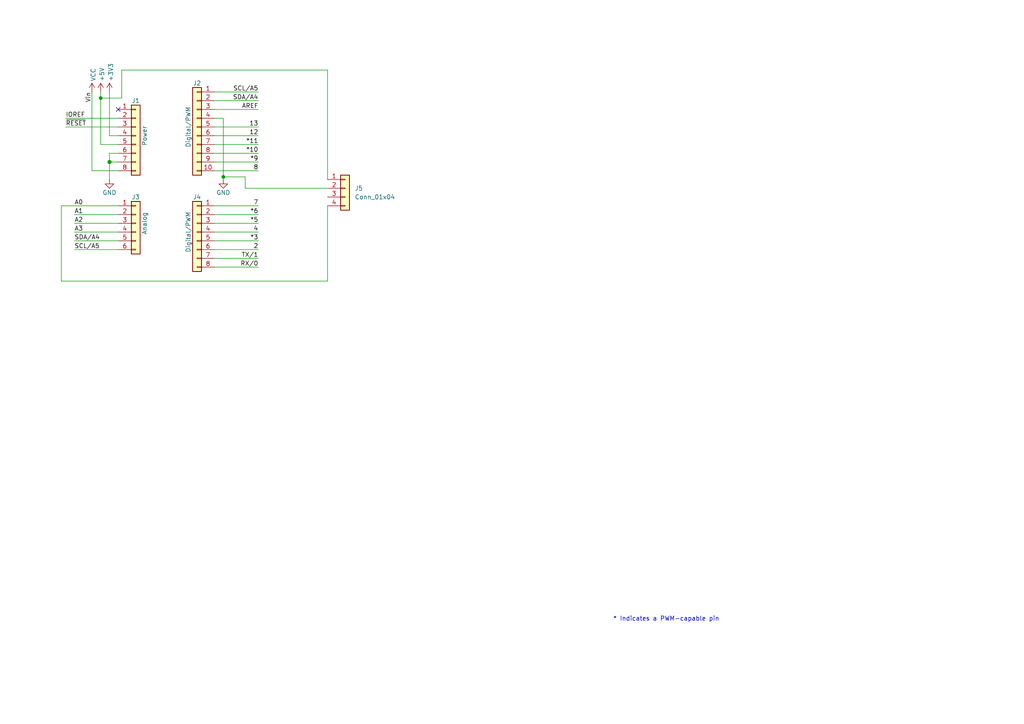
<source format=kicad_sch>
(kicad_sch (version 20230121) (generator eeschema)
  (paper "A4")
  (title_block (date "mar. 31 mars 2015"))
  (lib_symbols
    (symbol "Connector_Generic:Conn_01x04" (pin_names (offset 1.016) hide)
      (property "Reference" "J" (at 0 5.08 0))
      (property "Value" "Conn_01x04" (at 0 -7.62 0))
      (symbol "Conn_01x04_1_1"
        (rectangle (start -1.27 -4.953) (end 0 -5.207) (stroke (width 0.1524)))
        (rectangle (start -1.27 -2.413) (end 0 -2.667) (stroke (width 0.1524)))
        (rectangle (start -1.27 0.127) (end 0 -0.127) (stroke (width 0.1524)))
        (rectangle (start -1.27 2.667) (end 0 2.413) (stroke (width 0.1524)))
        (rectangle (start -1.27 3.81) (end 1.27 -6.35) (stroke (width 0.254)) (fill (type background)))
        (pin passive line (at -5.08 2.54 0) (length 3.81) (name "Pin_1") (number "1"))
        (pin passive line (at -5.08 0 0) (length 3.81) (name "Pin_2") (number "2"))
        (pin passive line (at -5.08 -2.54 0) (length 3.81) (name "Pin_3") (number "3"))
        (pin passive line (at -5.08 -5.08 0) (length 3.81) (name "Pin_4") (number "4"))
      )
    )
    (symbol "Connector_Generic:Conn_01x06" (pin_names (offset 1.016) hide)
      (property "Reference" "J" (at 0 7.62 0))
      (property "Value" "Conn_01x06" (at 0 -10.16 0))
      (symbol "Conn_01x06_1_1"
        (rectangle (start -1.27 -7.493) (end 0 -7.747) (stroke (width 0.1524)))
        (rectangle (start -1.27 -4.953) (end 0 -5.207) (stroke (width 0.1524)))
        (rectangle (start -1.27 -2.413) (end 0 -2.667) (stroke (width 0.1524)))
        (rectangle (start -1.27 0.127) (end 0 -0.127) (stroke (width 0.1524)))
        (rectangle (start -1.27 2.667) (end 0 2.413) (stroke (width 0.1524)))
        (rectangle (start -1.27 5.207) (end 0 4.953) (stroke (width 0.1524)))
        (rectangle (start -1.27 6.35) (end 1.27 -8.89) (stroke (width 0.254)) (fill (type background)))
        (pin passive line (at -5.08 5.08 0) (length 3.81) (name "Pin_1") (number "1"))
        (pin passive line (at -5.08 2.54 0) (length 3.81) (name "Pin_2") (number "2"))
        (pin passive line (at -5.08 0 0) (length 3.81) (name "Pin_3") (number "3"))
        (pin passive line (at -5.08 -2.54 0) (length 3.81) (name "Pin_4") (number "4"))
        (pin passive line (at -5.08 -5.08 0) (length 3.81) (name "Pin_5") (number "5"))
        (pin passive line (at -5.08 -7.62 0) (length 3.81) (name "Pin_6") (number "6"))
      )
    )
    (symbol "Connector_Generic:Conn_01x08" (pin_names (offset 1.016) hide)
      (property "Reference" "J" (at 0 10.16 0))
      (property "Value" "Conn_01x08" (at 0 -12.7 0))
      (symbol "Conn_01x08_1_1"
        (rectangle (start -1.27 -10.033) (end 0 -10.287) (stroke (width 0.1524)))
        (rectangle (start -1.27 -7.493) (end 0 -7.747) (stroke (width 0.1524)))
        (rectangle (start -1.27 -4.953) (end 0 -5.207) (stroke (width 0.1524)))
        (rectangle (start -1.27 -2.413) (end 0 -2.667) (stroke (width 0.1524)))
        (rectangle (start -1.27 0.127) (end 0 -0.127) (stroke (width 0.1524)))
        (rectangle (start -1.27 2.667) (end 0 2.413) (stroke (width 0.1524)))
        (rectangle (start -1.27 5.207) (end 0 4.953) (stroke (width 0.1524)))
        (rectangle (start -1.27 7.747) (end 0 7.493) (stroke (width 0.1524)))
        (rectangle (start -1.27 8.89) (end 1.27 -11.43) (stroke (width 0.254)) (fill (type background)))
        (pin passive line (at -5.08 7.62 0) (length 3.81) (name "Pin_1") (number "1"))
        (pin passive line (at -5.08 5.08 0) (length 3.81) (name "Pin_2") (number "2"))
        (pin passive line (at -5.08 2.54 0) (length 3.81) (name "Pin_3") (number "3"))
        (pin passive line (at -5.08 0 0) (length 3.81) (name "Pin_4") (number "4"))
        (pin passive line (at -5.08 -2.54 0) (length 3.81) (name "Pin_5") (number "5"))
        (pin passive line (at -5.08 -5.08 0) (length 3.81) (name "Pin_6") (number "6"))
        (pin passive line (at -5.08 -7.62 0) (length 3.81) (name "Pin_7") (number "7"))
        (pin passive line (at -5.08 -10.16 0) (length 3.81) (name "Pin_8") (number "8"))
      )
    )
    (symbol "Connector_Generic:Conn_01x10" (pin_names (offset 1.016) hide)
      (property "Reference" "J" (at 0 12.7 0))
      (property "Value" "Conn_01x10" (at 0 -15.24 0))
      (symbol "Conn_01x10_1_1"
        (rectangle (start -1.27 -12.573) (end 0 -12.827) (stroke (width 0.1524)))
        (rectangle (start -1.27 -10.033) (end 0 -10.287) (stroke (width 0.1524)))
        (rectangle (start -1.27 -7.493) (end 0 -7.747) (stroke (width 0.1524)))
        (rectangle (start -1.27 -4.953) (end 0 -5.207) (stroke (width 0.1524)))
        (rectangle (start -1.27 -2.413) (end 0 -2.667) (stroke (width 0.1524)))
        (rectangle (start -1.27 0.127) (end 0 -0.127) (stroke (width 0.1524)))
        (rectangle (start -1.27 2.667) (end 0 2.413) (stroke (width 0.1524)))
        (rectangle (start -1.27 5.207) (end 0 4.953) (stroke (width 0.1524)))
        (rectangle (start -1.27 7.747) (end 0 7.493) (stroke (width 0.1524)))
        (rectangle (start -1.27 10.287) (end 0 10.033) (stroke (width 0.1524)))
        (rectangle (start -1.27 11.43) (end 1.27 -13.97) (stroke (width 0.254)) (fill (type background)))
        (pin passive line (at -5.08 10.16 0) (length 3.81) (name "Pin_1") (number "1"))
        (pin passive line (at -5.08 -12.7 0) (length 3.81) (name "Pin_10") (number "10"))
        (pin passive line (at -5.08 7.62 0) (length 3.81) (name "Pin_2") (number "2"))
        (pin passive line (at -5.08 5.08 0) (length 3.81) (name "Pin_3") (number "3"))
        (pin passive line (at -5.08 2.54 0) (length 3.81) (name "Pin_4") (number "4"))
        (pin passive line (at -5.08 0 0) (length 3.81) (name "Pin_5") (number "5"))
        (pin passive line (at -5.08 -2.54 0) (length 3.81) (name "Pin_6") (number "6"))
        (pin passive line (at -5.08 -5.08 0) (length 3.81) (name "Pin_7") (number "7"))
        (pin passive line (at -5.08 -7.62 0) (length 3.81) (name "Pin_8") (number "8"))
        (pin passive line (at -5.08 -10.16 0) (length 3.81) (name "Pin_9") (number "9"))
      )
    )
    (symbol "power:+3V3" (power) (pin_names (offset 0))
      (property "Value" "+3V3" (at 0 3.556 0))
      (symbol "+3V3_0_1"
        (polyline (pts (xy -0.762 1.27) (xy 0 2.54)))
        (polyline (pts (xy 0 0) (xy 0 2.54)))
        (polyline (pts (xy 0 2.54) (xy 0.762 1.27)))
      )
      (symbol "+3V3_1_1"
        (pin power_in line (at 0 0 90) (length 0) hide (name "+3V3") (number "1"))
      )
    )
    (symbol "power:+5V" (power) (pin_names (offset 0))
      (property "Value" "+5V" (at 0 3.556 0))
      (symbol "+5V_0_1"
        (polyline (pts (xy -0.762 1.27) (xy 0 2.54)))
        (polyline (pts (xy 0 0) (xy 0 2.54)))
        (polyline (pts (xy 0 2.54) (xy 0.762 1.27)))
      )
      (symbol "+5V_1_1"
        (pin power_in line (at 0 0 90) (length 0) hide (name "+5V") (number "1"))
      )
    )
    (symbol "power:GND" (power) (pin_names (offset 0))
      (property "Value" "GND" (at 0 -3.81 0))
      (symbol "GND_0_1"
        (polyline (pts (xy 0 0) (xy 0 -1.27) (xy 1.27 -1.27) (xy 0 -2.54) (xy -1.27 -1.27) (xy 0 -1.27)))
      )
      (symbol "GND_1_1"
        (pin power_in line (at 0 0 270) (length 0) hide (name "GND") (number "1"))
      )
    )
    (symbol "power:VCC" (power) (pin_names (offset 0))
      (property "Value" "VCC" (at 0 3.81 0))
      (symbol "VCC_0_1"
        (polyline (pts (xy -0.762 1.27) (xy 0 2.54)))
        (polyline (pts (xy 0 0) (xy 0 2.54)))
        (polyline (pts (xy 0 2.54) (xy 0.762 1.27)))
      )
      (symbol "VCC_1_1"
        (pin power_in line (at 0 0 90) (length 0) hide (name "VCC") (number "1"))
      )
    )
  )
  (junction (at 31.75 46.99) (diameter 1.016))
  (junction (at 64.77 51.308))
  (junction (at 29.21 28.448))
  (no_connect (at 34.29 31.75))
  (wire (pts (xy 62.23 77.47) (xy 74.93 77.47)))
  (wire (pts (xy 62.23 44.45) (xy 74.93 44.45)))
  (wire (pts (xy 64.77 51.308) (xy 64.77 52.07)))
  (wire (pts (xy 62.23 26.67) (xy 74.93 26.67)))
  (wire (pts (xy 94.996 54.61) (xy 71.12 54.61)))
  (wire (pts (xy 31.75 44.45) (xy 31.75 46.99)))
  (wire (pts (xy 21.59 72.39) (xy 34.29 72.39)))
  (wire (pts (xy 31.75 46.99) (xy 31.75 52.07)))
  (wire (pts (xy 35.306 28.448) (xy 29.21 28.448)))
  (wire (pts (xy 31.75 39.37) (xy 34.29 39.37)))
  (wire (pts (xy 29.21 41.91) (xy 34.29 41.91)))
  (wire (pts (xy 29.21 26.67) (xy 29.21 28.448)))
  (wire (pts (xy 62.23 36.83) (xy 74.93 36.83)))
  (wire (pts (xy 31.75 26.67) (xy 31.75 39.37)))
  (wire (pts (xy 62.23 59.69) (xy 74.93 59.69)))
  (wire (pts (xy 94.996 81.534) (xy 17.78 81.534)))
  (wire (pts (xy 17.78 59.69) (xy 34.29 59.69)))
  (wire (pts (xy 62.23 39.37) (xy 74.93 39.37)))
  (wire (pts (xy 62.23 62.23) (xy 74.93 62.23)))
  (wire (pts (xy 94.996 20.32) (xy 35.306 20.32)))
  (wire (pts (xy 62.23 46.99) (xy 74.93 46.99)))
  (wire (pts (xy 62.23 67.31) (xy 74.93 67.31)))
  (wire (pts (xy 19.05 34.29) (xy 34.29 34.29)))
  (wire (pts (xy 17.78 81.534) (xy 17.78 59.69)))
  (wire (pts (xy 64.77 34.29) (xy 64.77 51.308)))
  (wire (pts (xy 62.23 31.75) (xy 74.93 31.75)))
  (wire (pts (xy 34.29 64.77) (xy 21.59 64.77)))
  (wire (pts (xy 19.05 36.83) (xy 34.29 36.83)))
  (wire (pts (xy 34.29 46.99) (xy 31.75 46.99)))
  (wire (pts (xy 94.996 52.07) (xy 94.996 20.32)))
  (wire (pts (xy 34.29 49.53) (xy 26.67 49.53)))
  (wire (pts (xy 21.59 62.23) (xy 34.29 62.23)))
  (wire (pts (xy 29.21 28.448) (xy 29.21 41.91)))
  (wire (pts (xy 71.12 54.61) (xy 71.12 51.308)))
  (wire (pts (xy 35.306 20.32) (xy 35.306 28.448)))
  (wire (pts (xy 62.23 34.29) (xy 64.77 34.29)))
  (wire (pts (xy 34.29 44.45) (xy 31.75 44.45)))
  (wire (pts (xy 62.23 41.91) (xy 74.93 41.91)))
  (wire (pts (xy 62.23 64.77) (xy 74.93 64.77)))
  (wire (pts (xy 21.59 67.31) (xy 34.29 67.31)))
  (wire (pts (xy 62.23 29.21) (xy 74.93 29.21)))
  (wire (pts (xy 62.23 72.39) (xy 74.93 72.39)))
  (wire (pts (xy 62.23 69.85) (xy 74.93 69.85)))
  (wire (pts (xy 71.12 51.308) (xy 64.77 51.308)))
  (wire (pts (xy 62.23 74.93) (xy 74.93 74.93)))
  (wire (pts (xy 26.67 49.53) (xy 26.67 26.67)))
  (wire (pts (xy 34.29 69.85) (xy 21.59 69.85)))
  (wire (pts (xy 62.23 49.53) (xy 74.93 49.53)))
  (wire (pts (xy 94.996 59.69) (xy 94.996 81.534)))
  (text "* Indicates a PWM-capable pin" (at 177.8 180.34 0) (effects (font (size 1.27 1.27)) (justify left bottom)))
  (label "RX{slash}0" (at 74.93 77.47 180))
  (label "A2" (at 21.59 64.77 0))
  (label "4" (at 74.93 67.31 180))
  (label "2" (at 74.93 72.39 180))
  (label "A3" (at 21.59 67.31 0))
  (label "13" (at 74.93 36.83 180))
  (label "12" (at 74.93 39.37 180))
  (label "~{RESET}" (at 19.05 36.83 0))
  (label "*10" (at 74.93 44.45 180))
  (label "7" (at 74.93 59.69 180))
  (label "SDA{slash}A4" (at 74.93 29.21 180))
  (label "8" (at 74.93 49.53 180))
  (label "*11" (at 74.93 41.91 180))
  (label "*3" (at 74.93 69.85 180))
  (label "A1" (at 21.59 62.23 0))
  (label "TX{slash}1" (at 74.93 74.93 180))
  (label "A0" (at 21.59 59.69 0))
  (label "AREF" (at 74.93 31.75 180))
  (label "Vin" (at 26.67 26.67 270))
  (label "*6" (at 74.93 62.23 180))
  (label "SCL{slash}A5" (at 74.93 26.67 180))
  (label "*9" (at 74.93 46.99 180))
  (label "*5" (at 74.93 64.77 180))
  (label "IOREF" (at 19.05 34.29 0))
  (label "SDA{slash}A4" (at 21.59 69.85 0))
  (label "SCL{slash}A5" (at 21.59 72.39 0))
  (symbol (lib_id "Connector_Generic:Conn_01x08") (at 39.37 39.37 0) (unit 1)
    (property "Reference" "J1" (at 39.37 29.21 0))
    (property "Value" "Power" (at 41.91 39.37 90))
    (property "Footprint" "Connector_PinSocket_2.54mm:PinSocket_1x08_P2.54mm_Vertical" (effects hide))
  )
  (symbol (lib_id "power:+3V3") (at 31.75 26.67 0) (unit 1)
    (property "Reference" "#PWR03" (effects hide))
    (property "Value" "+3.3V" (at 32.131 23.622 90) (effects (justify left)))
  )
  (symbol (lib_id "power:+5V") (at 29.21 26.67 0) (unit 1)
    (property "Reference" "#PWR02" (effects hide))
    (property "Value" "+5V" (at 29.5656 23.622 90) (effects (justify left)))
  )
  (symbol (lib_id "power:GND") (at 31.75 52.07 0) (unit 1)
    (property "Reference" "#PWR04" (effects hide))
    (property "Value" "GND" (at 31.75 55.88 0))
  )
  (symbol (lib_id "Connector_Generic:Conn_01x10") (at 57.15 36.83 0) (mirror y) (unit 1)
    (property "Reference" "J2" (at 57.15 24.13 0))
    (property "Value" "Digital/PWM" (at 54.61 36.83 90))
    (property "Footprint" "Connector_PinSocket_2.54mm:PinSocket_1x10_P2.54mm_Vertical" (effects hide))
  )
  (symbol (lib_id "power:GND") (at 64.77 52.07 0) (unit 1)
    (property "Reference" "#PWR05" (effects hide))
    (property "Value" "GND" (at 64.77 55.88 0))
  )
  (symbol (lib_id "Connector_Generic:Conn_01x06") (at 39.37 64.77 0) (unit 1)
    (property "Reference" "J3" (at 39.37 57.15 0))
    (property "Value" "Analog" (at 41.91 64.77 90))
    (property "Footprint" "Connector_PinSocket_2.54mm:PinSocket_1x06_P2.54mm_Vertical" (effects hide))
  )
  (symbol (lib_id "Connector_Generic:Conn_01x08") (at 57.15 67.31 0) (mirror y) (unit 1)
    (property "Reference" "J4" (at 57.15 57.15 0))
    (property "Value" "Digital/PWM" (at 54.61 67.31 90))
    (property "Footprint" "Connector_PinSocket_2.54mm:PinSocket_1x08_P2.54mm_Vertical" (effects hide))
  )
  (symbol (lib_id "power:VCC") (at 26.67 26.67 0) (unit 1)
    (property "Reference" "#PWR01" (effects hide))
    (property "Value" "VCC" (at 27.051 23.622 90) (effects (justify left)))
  )
  (symbol (lib_id "Connector_Generic:Conn_01x04") (at 100.076 54.61 0) (unit 1)
    (property "Reference" "J5" (at 102.87 54.61 0) (effects (justify left)))
    (property "Value" "Conn_01x04" (at 102.87 57.15 0) (effects (justify left)))
    (property "Footprint" "Connector_PinSocket_2.54mm:PinSocket_1x04_P2.54mm_Vertical" (effects hide))
  )
)
</source>
